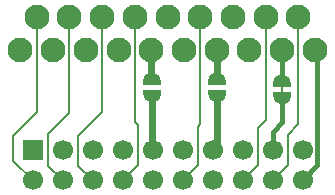
<source format=gbr>
G04 DipTrace 3.3.1.3*
G04 Top.gbr*
%MOIN*%
G04 #@! TF.FileFunction,Copper,L1,Top*
G04 #@! TF.Part,Single*
%AMOUTLINE0*
4,1,14,
0.014815,0.01642,
0.022199,0.011571,
0.027295,0.00397,
0.029016,-0.005709,
0.029022,-0.019547,
-0.029022,-0.019547,
-0.029016,-0.005512,
-0.027685,0.002975,
-0.024241,0.010255,
-0.017575,0.016113,
-0.011514,0.018537,
-0.003232,0.019547,
0.003232,0.019547,
0.009293,0.018537,
0.014815,0.01642,
0*%
%AMOUTLINE1*
4,1,14,
-0.014815,-0.01642,
-0.022199,-0.011571,
-0.027295,-0.00397,
-0.029016,0.005709,
-0.029022,0.019547,
0.029022,0.019547,
0.029016,0.005512,
0.027685,-0.002975,
0.024241,-0.010255,
0.017575,-0.016113,
0.011514,-0.018537,
0.003232,-0.019547,
-0.003232,-0.019547,
-0.009293,-0.018537,
-0.014815,-0.01642,
0*%
G04 #@! TA.AperFunction,Conductor*
%ADD13C,0.023622*%
%ADD14C,0.007874*%
%ADD15C,0.015748*%
G04 #@! TA.AperFunction,ComponentPad*
%ADD16C,0.082677*%
%ADD17C,0.066929*%
%ADD18R,0.066929X0.066929*%
%ADD33OUTLINE0*%
%ADD34OUTLINE1*%
%FSLAX26Y26*%
G04*
G70*
G90*
G75*
G01*
G04 Top*
%LPD*%
X1457302Y976761D2*
D13*
Y881818D1*
X1457919Y881201D1*
X1239192Y976761D2*
Y882088D1*
X1240079Y881201D1*
X1675412Y976761D2*
D15*
Y876465D1*
X1674969Y876021D1*
Y818701D2*
Y736510D1*
X1643719Y705261D1*
Y643701D1*
X1674969Y876021D2*
D14*
Y818701D1*
X1457919Y823881D2*
D13*
Y657900D1*
X1443719Y643701D1*
X1243719D2*
X1240079D1*
Y823881D1*
X857499Y1088572D2*
D14*
Y770764D1*
X779326Y692591D1*
Y608094D1*
X843719Y543701D1*
X966554Y1088572D2*
Y769311D1*
X895198Y697955D1*
Y592222D1*
X943719Y543701D1*
X1075609Y1088572D2*
Y772150D1*
X994865Y691406D1*
Y592555D1*
X1043719Y543701D1*
X1184664Y1088572D2*
Y737867D1*
X1195898Y726634D1*
Y595879D1*
X1143719Y543701D1*
X1620885Y1088572D2*
Y744499D1*
X1594643Y718257D1*
Y594625D1*
X1543719Y543701D1*
X1402774Y1088572D2*
Y730453D1*
X1393396Y721075D1*
Y593378D1*
X1343719Y543701D1*
X1643719D2*
X1693719Y593701D1*
Y693701D1*
X1729940Y729921D1*
Y1088572D1*
X1784467Y976761D2*
D15*
X1793211D1*
Y593193D1*
X1743719Y543701D1*
D16*
X1784467Y976761D3*
X1729940Y1088572D3*
X1675412Y976761D3*
X1620885Y1088572D3*
X1566357Y976761D3*
X1511830Y1088572D3*
X1457302Y976761D3*
X1402774Y1088572D3*
X1348247Y976761D3*
X1293719Y1088572D3*
X1239192Y976761D3*
X1184664Y1088572D3*
X1130137Y976761D3*
X1075609Y1088572D3*
X1021082Y976761D3*
X966554Y1088572D3*
X912026Y976761D3*
X857499Y1088572D3*
X802971Y976761D3*
D17*
X1743719Y643701D3*
Y543701D3*
X1643719Y643701D3*
Y543701D3*
X1543719Y643701D3*
Y543701D3*
X1443719Y643701D3*
Y543701D3*
X1343719Y643701D3*
Y543701D3*
X1243719Y643701D3*
Y543701D3*
X1143719Y643701D3*
Y543701D3*
X1043719Y643701D3*
Y543701D3*
X943719Y643701D3*
Y543701D3*
D18*
X843719Y643701D3*
D17*
Y543701D3*
D33*
X1240079Y881201D3*
D34*
Y823881D3*
X1674969Y818701D3*
D33*
Y876021D3*
X1457919Y881201D3*
D34*
Y823881D3*
M02*

</source>
